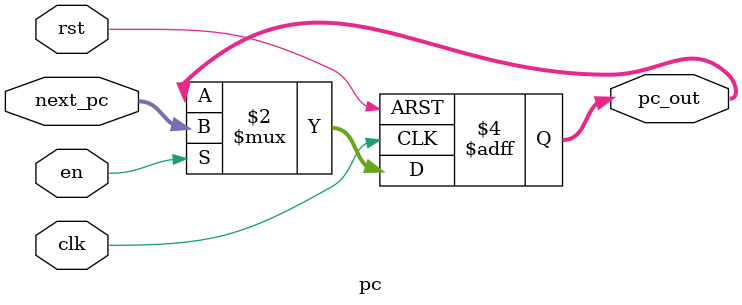
<source format=v>
module pc (
    input  wire        clk,
    input  wire        rst,       
    input  wire        en,        
    input  wire [31:0] next_pc,   
    output reg  [31:0] pc_out     
);

    always @(posedge clk or posedge rst) begin
        if (rst)
            pc_out <= 32'b0;         
        else if (en)
            pc_out <= next_pc;
    end

endmodule
</source>
